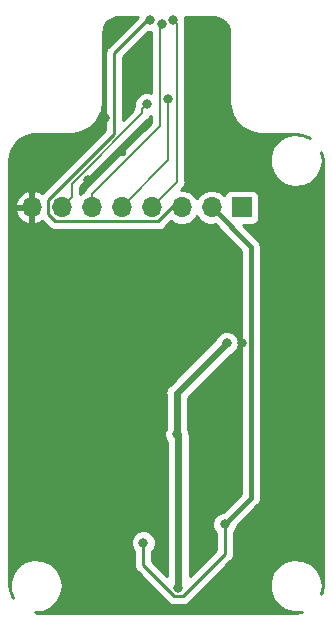
<source format=gbr>
G04 #@! TF.GenerationSoftware,KiCad,Pcbnew,(5.0.0)*
G04 #@! TF.CreationDate,2018-12-24T10:33:18-05:00*
G04 #@! TF.ProjectId,uv_pcb,75765F7063622E6B696361645F706362,rev?*
G04 #@! TF.SameCoordinates,Original*
G04 #@! TF.FileFunction,Copper,L2,Bot,Signal*
G04 #@! TF.FilePolarity,Positive*
%FSLAX46Y46*%
G04 Gerber Fmt 4.6, Leading zero omitted, Abs format (unit mm)*
G04 Created by KiCad (PCBNEW (5.0.0)) date 12/24/18 10:33:18*
%MOMM*%
%LPD*%
G01*
G04 APERTURE LIST*
G04 #@! TA.AperFunction,ComponentPad*
%ADD10R,1.700000X1.700000*%
G04 #@! TD*
G04 #@! TA.AperFunction,ComponentPad*
%ADD11O,1.700000X1.700000*%
G04 #@! TD*
G04 #@! TA.AperFunction,ViaPad*
%ADD12C,0.800000*%
G04 #@! TD*
G04 #@! TA.AperFunction,ViaPad*
%ADD13C,0.600000*%
G04 #@! TD*
G04 #@! TA.AperFunction,Conductor*
%ADD14C,0.200000*%
G04 #@! TD*
G04 #@! TA.AperFunction,Conductor*
%ADD15C,0.600000*%
G04 #@! TD*
G04 #@! TA.AperFunction,Conductor*
%ADD16C,0.400000*%
G04 #@! TD*
G04 #@! TA.AperFunction,Conductor*
%ADD17C,0.250000*%
G04 #@! TD*
G04 #@! TA.AperFunction,Conductor*
%ADD18C,0.254000*%
G04 #@! TD*
G04 APERTURE END LIST*
D10*
G04 #@! TO.P,J2,1*
G04 #@! TO.N,+5V*
X118200000Y-69450000D03*
D11*
G04 #@! TO.P,J2,2*
G04 #@! TO.N,SW1*
X115660000Y-69450000D03*
G04 #@! TO.P,J2,3*
G04 #@! TO.N,RST*
X113120000Y-69450000D03*
G04 #@! TO.P,J2,4*
G04 #@! TO.N,CS*
X110580000Y-69450000D03*
G04 #@! TO.P,J2,5*
G04 #@! TO.N,DC*
X108040000Y-69450000D03*
G04 #@! TO.P,J2,6*
G04 #@! TO.N,CLK*
X105500000Y-69450000D03*
G04 #@! TO.P,J2,7*
G04 #@! TO.N,MOSI*
X102960000Y-69450000D03*
G04 #@! TO.P,J2,8*
G04 #@! TO.N,GND*
X100420000Y-69450000D03*
G04 #@! TD*
D12*
G04 #@! TO.N,GND*
X113950000Y-60050000D03*
X116600000Y-61850000D03*
X108893038Y-59959378D03*
X114400000Y-54050000D03*
X104850000Y-97850000D03*
X106450000Y-96200000D03*
X109250000Y-81050000D03*
X104800000Y-88500000D03*
X115350000Y-96200000D03*
X122400000Y-98000000D03*
X118200000Y-80950000D03*
X113800000Y-72850000D03*
X104600000Y-73000000D03*
X102791728Y-79441728D03*
X105200000Y-67150000D03*
D13*
X108150000Y-64850000D03*
X114150000Y-63900000D03*
D12*
X106640000Y-61900000D03*
G04 #@! TO.N,MOSI*
X110150000Y-60750000D03*
G04 #@! TO.N,CLK*
X111450000Y-53950000D03*
G04 #@! TO.N,DC*
X112000000Y-60300000D03*
G04 #@! TO.N,CS*
X112374680Y-53569250D03*
G04 #@! TO.N,Net-(Q1-Pad3)*
X112850000Y-101650000D03*
X112700000Y-88650000D03*
X116950000Y-80950000D03*
G04 #@! TO.N,SW1*
X116750000Y-96300000D03*
X109880000Y-97850000D03*
G04 #@! TO.N,RST*
X110420000Y-53600000D03*
G04 #@! TD*
D14*
G04 #@! TO.N,MOSI*
X109750001Y-61511055D02*
X109750001Y-61149999D01*
X109750001Y-61149999D02*
X110150000Y-60750000D01*
X103809999Y-67451057D02*
X109750001Y-61511055D01*
X102960000Y-69450000D02*
X103809999Y-68600001D01*
X103809999Y-68600001D02*
X103809999Y-67451057D01*
G04 #@! TO.N,CLK*
X111250000Y-54150000D02*
X111450000Y-53950000D01*
X111250000Y-62600000D02*
X111250000Y-54150000D01*
X105500000Y-69450000D02*
X105500000Y-68350000D01*
X105500000Y-68350000D02*
X111250000Y-62600000D01*
G04 #@! TO.N,DC*
X108040000Y-69450000D02*
X112000000Y-65490000D01*
X112000000Y-65490000D02*
X112000000Y-60300000D01*
G04 #@! TO.N,CS*
X112700001Y-53894571D02*
X112374680Y-53569250D01*
X110580000Y-69450000D02*
X112700001Y-67329999D01*
X112700001Y-67329999D02*
X112700001Y-53894571D01*
D15*
G04 #@! TO.N,Net-(Q1-Pad3)*
X112850000Y-101650000D02*
X112850000Y-88800000D01*
X112850000Y-88800000D02*
X112700000Y-88650000D01*
X112700000Y-88650000D02*
X112700000Y-85200000D01*
X112700000Y-85200000D02*
X116950000Y-80950000D01*
D16*
G04 #@! TO.N,SW1*
X119000001Y-94049999D02*
X116750000Y-96300000D01*
X115660000Y-69450000D02*
X119000001Y-72790001D01*
X119000001Y-72790001D02*
X119000001Y-94049999D01*
D17*
X109880000Y-99753002D02*
X109880000Y-97850000D01*
X112501999Y-102375001D02*
X109880000Y-99753002D01*
X113198001Y-102375001D02*
X112501999Y-102375001D01*
X116750000Y-96300000D02*
X116750000Y-98823002D01*
X116750000Y-98823002D02*
X113198001Y-102375001D01*
G04 #@! TO.N,RST*
X107410000Y-56410000D02*
X110220000Y-53600000D01*
X107410000Y-63250000D02*
X107410000Y-56410000D01*
X110220000Y-53600000D02*
X110420000Y-53600000D01*
X101784999Y-68875001D02*
X107410000Y-63250000D01*
X101784999Y-70014001D02*
X101784999Y-68875001D01*
X102395999Y-70625001D02*
X101784999Y-70014001D01*
X111144001Y-70625001D02*
X102395999Y-70625001D01*
X112319002Y-69450000D02*
X111144001Y-70625001D01*
X113120000Y-69450000D02*
X112319002Y-69450000D01*
G04 #@! TD*
D18*
G04 #@! TO.N,GND*
G36*
X106925528Y-55819671D02*
X106862072Y-55862071D01*
X106819672Y-55925527D01*
X106819671Y-55925528D01*
X106694097Y-56113463D01*
X106635112Y-56410000D01*
X106650001Y-56484852D01*
X106650000Y-62935198D01*
X101301985Y-68283214D01*
X101186924Y-68178355D01*
X100776890Y-68008524D01*
X100547000Y-68129845D01*
X100547000Y-69323000D01*
X100567000Y-69323000D01*
X100567000Y-69577000D01*
X100547000Y-69577000D01*
X100547000Y-70770155D01*
X100776890Y-70891476D01*
X101186924Y-70721645D01*
X101307739Y-70611542D01*
X101805671Y-71109476D01*
X101848070Y-71172930D01*
X101911523Y-71215328D01*
X101911525Y-71215330D01*
X102036901Y-71299103D01*
X102099462Y-71340905D01*
X102321147Y-71385001D01*
X102321151Y-71385001D01*
X102395998Y-71399889D01*
X102470845Y-71385001D01*
X111069154Y-71385001D01*
X111144001Y-71399889D01*
X111218848Y-71385001D01*
X111218853Y-71385001D01*
X111440538Y-71340905D01*
X111691930Y-71172930D01*
X111734332Y-71109471D01*
X112213508Y-70630295D01*
X112540582Y-70848839D01*
X112973744Y-70935000D01*
X113266256Y-70935000D01*
X113699418Y-70848839D01*
X114190625Y-70520625D01*
X114390000Y-70222239D01*
X114589375Y-70520625D01*
X115080582Y-70848839D01*
X115513744Y-70935000D01*
X115806256Y-70935000D01*
X115937939Y-70908807D01*
X118165001Y-73135869D01*
X118165002Y-93704130D01*
X116604133Y-95265000D01*
X116544126Y-95265000D01*
X116163720Y-95422569D01*
X115872569Y-95713720D01*
X115715000Y-96094126D01*
X115715000Y-96505874D01*
X115872569Y-96886280D01*
X115990000Y-97003711D01*
X115990001Y-98508199D01*
X113785000Y-100713201D01*
X113785000Y-88892085D01*
X113803317Y-88799999D01*
X113735000Y-88456548D01*
X113735000Y-88444126D01*
X113635000Y-88202704D01*
X113635000Y-85587289D01*
X117294858Y-81927431D01*
X117536280Y-81827431D01*
X117827431Y-81536280D01*
X117985000Y-81155874D01*
X117985000Y-80744126D01*
X117827431Y-80363720D01*
X117536280Y-80072569D01*
X117155874Y-79915000D01*
X116744126Y-79915000D01*
X116363720Y-80072569D01*
X116072569Y-80363720D01*
X115972569Y-80605142D01*
X112103970Y-84473741D01*
X112025904Y-84525903D01*
X111973742Y-84603969D01*
X111973741Y-84603970D01*
X111819250Y-84835182D01*
X111746683Y-85200000D01*
X111765001Y-85292090D01*
X111765000Y-88202704D01*
X111665000Y-88444126D01*
X111665000Y-88855874D01*
X111822569Y-89236280D01*
X111915001Y-89328712D01*
X111915000Y-100713201D01*
X110640000Y-99438201D01*
X110640000Y-98553711D01*
X110757431Y-98436280D01*
X110915000Y-98055874D01*
X110915000Y-97644126D01*
X110757431Y-97263720D01*
X110466280Y-96972569D01*
X110085874Y-96815000D01*
X109674126Y-96815000D01*
X109293720Y-96972569D01*
X109002569Y-97263720D01*
X108845000Y-97644126D01*
X108845000Y-98055874D01*
X109002569Y-98436280D01*
X109120001Y-98553712D01*
X109120000Y-99678155D01*
X109105112Y-99753002D01*
X109120000Y-99827849D01*
X109120000Y-99827853D01*
X109164096Y-100049538D01*
X109332071Y-100300931D01*
X109395530Y-100343333D01*
X111911670Y-102859474D01*
X111954070Y-102922930D01*
X112205462Y-103090905D01*
X112427147Y-103135001D01*
X112427151Y-103135001D01*
X112501999Y-103149889D01*
X112576847Y-103135001D01*
X113123154Y-103135001D01*
X113198001Y-103149889D01*
X113272848Y-103135001D01*
X113272853Y-103135001D01*
X113494538Y-103090905D01*
X113745930Y-102922930D01*
X113788332Y-102859471D01*
X117234473Y-99413331D01*
X117297929Y-99370931D01*
X117465904Y-99119539D01*
X117510000Y-98897854D01*
X117510000Y-98897850D01*
X117524888Y-98823003D01*
X117510000Y-98748156D01*
X117510000Y-97003711D01*
X117627431Y-96886280D01*
X117785000Y-96505874D01*
X117785000Y-96445867D01*
X119532284Y-94698584D01*
X119602002Y-94652000D01*
X119786553Y-94375800D01*
X119835001Y-94132236D01*
X119851359Y-94049999D01*
X119835001Y-93967762D01*
X119835001Y-72872238D01*
X119851359Y-72790001D01*
X119786553Y-72464201D01*
X119786553Y-72464200D01*
X119602002Y-72188000D01*
X119532284Y-72141416D01*
X118338308Y-70947440D01*
X119050000Y-70947440D01*
X119297765Y-70898157D01*
X119507809Y-70757809D01*
X119648157Y-70547765D01*
X119697440Y-70300000D01*
X119697440Y-68600000D01*
X119648157Y-68352235D01*
X119507809Y-68142191D01*
X119297765Y-68001843D01*
X119050000Y-67952560D01*
X117350000Y-67952560D01*
X117102235Y-68001843D01*
X116892191Y-68142191D01*
X116751843Y-68352235D01*
X116742816Y-68397619D01*
X116730625Y-68379375D01*
X116239418Y-68051161D01*
X115806256Y-67965000D01*
X115513744Y-67965000D01*
X115080582Y-68051161D01*
X114589375Y-68379375D01*
X114390000Y-68677761D01*
X114190625Y-68379375D01*
X113699418Y-68051161D01*
X113266256Y-67965000D01*
X113104447Y-67965000D01*
X113168539Y-67900908D01*
X113229906Y-67859904D01*
X113392355Y-67616782D01*
X113435001Y-67402387D01*
X113435001Y-67402384D01*
X113449399Y-67330000D01*
X113435001Y-67257616D01*
X113435001Y-53966954D01*
X113449399Y-53894570D01*
X113435001Y-53822186D01*
X113435001Y-53822183D01*
X113409680Y-53694886D01*
X113409680Y-53365447D01*
X115827912Y-53365447D01*
X116233216Y-53423491D01*
X116557780Y-53571061D01*
X116827883Y-53803797D01*
X117021808Y-54102986D01*
X117131246Y-54468926D01*
X117145277Y-54657733D01*
X117145276Y-60572387D01*
X117150628Y-60599293D01*
X117169265Y-60850088D01*
X117185367Y-60923323D01*
X117195541Y-60997597D01*
X117198061Y-61006215D01*
X117360537Y-61549500D01*
X117402386Y-61640068D01*
X117443111Y-61731111D01*
X117447949Y-61738676D01*
X117756377Y-62214521D01*
X117821967Y-62289708D01*
X117886604Y-62365657D01*
X117893370Y-62371560D01*
X118322955Y-62741715D01*
X118407018Y-62795476D01*
X118490367Y-62850226D01*
X118498514Y-62853990D01*
X118498517Y-62853992D01*
X118498520Y-62853993D01*
X119014727Y-63088698D01*
X119110507Y-63116706D01*
X119205866Y-63145860D01*
X119214744Y-63147188D01*
X119214746Y-63147188D01*
X119756407Y-63224760D01*
X119807888Y-63235000D01*
X122757298Y-63235000D01*
X123319918Y-63300594D01*
X123811944Y-63479191D01*
X123957123Y-63574375D01*
X123326419Y-63307306D01*
X122587786Y-63255008D01*
X121872035Y-63444786D01*
X121256346Y-63856176D01*
X120807109Y-64444818D01*
X120572763Y-65147240D01*
X120578578Y-65887700D01*
X120823928Y-66586355D01*
X121282357Y-67167868D01*
X121904432Y-67569537D01*
X122623075Y-67748049D01*
X123360796Y-67684155D01*
X124038046Y-67384746D01*
X124581800Y-66882105D01*
X124933422Y-66230434D01*
X125055000Y-65500000D01*
X125054722Y-65464580D01*
X124933106Y-64798675D01*
X125027220Y-65109416D01*
X125065001Y-65532743D01*
X125065000Y-101457298D01*
X124999405Y-102019918D01*
X124942255Y-102177364D01*
X125055000Y-101500000D01*
X125054722Y-101464580D01*
X124921686Y-100736146D01*
X124559871Y-100090078D01*
X124008289Y-99596041D01*
X123326419Y-99307306D01*
X122587786Y-99255008D01*
X121872035Y-99444786D01*
X121256346Y-99856176D01*
X120807109Y-100444818D01*
X120572763Y-101147240D01*
X120578578Y-101887700D01*
X120823928Y-102586355D01*
X121282357Y-103167868D01*
X121904432Y-103569537D01*
X122623075Y-103748049D01*
X123321552Y-103687554D01*
X123190584Y-103727220D01*
X122767269Y-103765000D01*
X100842702Y-103765000D01*
X100665668Y-103744360D01*
X101360796Y-103684155D01*
X102038046Y-103384746D01*
X102581800Y-102882105D01*
X102933422Y-102230434D01*
X103055000Y-101500000D01*
X103054722Y-101464580D01*
X102921686Y-100736146D01*
X102559871Y-100090078D01*
X102008289Y-99596041D01*
X101326419Y-99307306D01*
X100587786Y-99255008D01*
X99872035Y-99444786D01*
X99256346Y-99856176D01*
X98807109Y-100444818D01*
X98572763Y-101147240D01*
X98578578Y-101887700D01*
X98807026Y-102538224D01*
X98727424Y-102401180D01*
X98572780Y-101890584D01*
X98535000Y-101467269D01*
X98535000Y-69806892D01*
X98978514Y-69806892D01*
X99224817Y-70331358D01*
X99653076Y-70721645D01*
X100063110Y-70891476D01*
X100293000Y-70770155D01*
X100293000Y-69577000D01*
X99099181Y-69577000D01*
X98978514Y-69806892D01*
X98535000Y-69806892D01*
X98535000Y-69093108D01*
X98978514Y-69093108D01*
X99099181Y-69323000D01*
X100293000Y-69323000D01*
X100293000Y-68129845D01*
X100063110Y-68008524D01*
X99653076Y-68178355D01*
X99224817Y-68568642D01*
X98978514Y-69093108D01*
X98535000Y-69093108D01*
X98535000Y-65542702D01*
X98600594Y-64980082D01*
X98779191Y-64488056D01*
X99066192Y-64050308D01*
X99446190Y-63690332D01*
X99898821Y-63427424D01*
X100409416Y-63272780D01*
X100832732Y-63235000D01*
X103792096Y-63235000D01*
X103819003Y-63229648D01*
X104069796Y-63211011D01*
X104143031Y-63194909D01*
X104217305Y-63184735D01*
X104225923Y-63182215D01*
X104769208Y-63019739D01*
X104859776Y-62977890D01*
X104950819Y-62937165D01*
X104958384Y-62932327D01*
X105434229Y-62623899D01*
X105509416Y-62558309D01*
X105585365Y-62493672D01*
X105591268Y-62486906D01*
X105961423Y-62057321D01*
X106015184Y-61973258D01*
X106069934Y-61889909D01*
X106073700Y-61881758D01*
X106308406Y-61365549D01*
X106336414Y-61269769D01*
X106365568Y-61174410D01*
X106366896Y-61165530D01*
X106444468Y-60623869D01*
X106454708Y-60572388D01*
X106454708Y-54682811D01*
X106512752Y-54277507D01*
X106660322Y-53952943D01*
X106893058Y-53682840D01*
X107192247Y-53488915D01*
X107558187Y-53379477D01*
X107746981Y-53365447D01*
X109379751Y-53365447D01*
X106925528Y-55819671D01*
X106925528Y-55819671D01*
G37*
X106925528Y-55819671D02*
X106862072Y-55862071D01*
X106819672Y-55925527D01*
X106819671Y-55925528D01*
X106694097Y-56113463D01*
X106635112Y-56410000D01*
X106650001Y-56484852D01*
X106650000Y-62935198D01*
X101301985Y-68283214D01*
X101186924Y-68178355D01*
X100776890Y-68008524D01*
X100547000Y-68129845D01*
X100547000Y-69323000D01*
X100567000Y-69323000D01*
X100567000Y-69577000D01*
X100547000Y-69577000D01*
X100547000Y-70770155D01*
X100776890Y-70891476D01*
X101186924Y-70721645D01*
X101307739Y-70611542D01*
X101805671Y-71109476D01*
X101848070Y-71172930D01*
X101911523Y-71215328D01*
X101911525Y-71215330D01*
X102036901Y-71299103D01*
X102099462Y-71340905D01*
X102321147Y-71385001D01*
X102321151Y-71385001D01*
X102395998Y-71399889D01*
X102470845Y-71385001D01*
X111069154Y-71385001D01*
X111144001Y-71399889D01*
X111218848Y-71385001D01*
X111218853Y-71385001D01*
X111440538Y-71340905D01*
X111691930Y-71172930D01*
X111734332Y-71109471D01*
X112213508Y-70630295D01*
X112540582Y-70848839D01*
X112973744Y-70935000D01*
X113266256Y-70935000D01*
X113699418Y-70848839D01*
X114190625Y-70520625D01*
X114390000Y-70222239D01*
X114589375Y-70520625D01*
X115080582Y-70848839D01*
X115513744Y-70935000D01*
X115806256Y-70935000D01*
X115937939Y-70908807D01*
X118165001Y-73135869D01*
X118165002Y-93704130D01*
X116604133Y-95265000D01*
X116544126Y-95265000D01*
X116163720Y-95422569D01*
X115872569Y-95713720D01*
X115715000Y-96094126D01*
X115715000Y-96505874D01*
X115872569Y-96886280D01*
X115990000Y-97003711D01*
X115990001Y-98508199D01*
X113785000Y-100713201D01*
X113785000Y-88892085D01*
X113803317Y-88799999D01*
X113735000Y-88456548D01*
X113735000Y-88444126D01*
X113635000Y-88202704D01*
X113635000Y-85587289D01*
X117294858Y-81927431D01*
X117536280Y-81827431D01*
X117827431Y-81536280D01*
X117985000Y-81155874D01*
X117985000Y-80744126D01*
X117827431Y-80363720D01*
X117536280Y-80072569D01*
X117155874Y-79915000D01*
X116744126Y-79915000D01*
X116363720Y-80072569D01*
X116072569Y-80363720D01*
X115972569Y-80605142D01*
X112103970Y-84473741D01*
X112025904Y-84525903D01*
X111973742Y-84603969D01*
X111973741Y-84603970D01*
X111819250Y-84835182D01*
X111746683Y-85200000D01*
X111765001Y-85292090D01*
X111765000Y-88202704D01*
X111665000Y-88444126D01*
X111665000Y-88855874D01*
X111822569Y-89236280D01*
X111915001Y-89328712D01*
X111915000Y-100713201D01*
X110640000Y-99438201D01*
X110640000Y-98553711D01*
X110757431Y-98436280D01*
X110915000Y-98055874D01*
X110915000Y-97644126D01*
X110757431Y-97263720D01*
X110466280Y-96972569D01*
X110085874Y-96815000D01*
X109674126Y-96815000D01*
X109293720Y-96972569D01*
X109002569Y-97263720D01*
X108845000Y-97644126D01*
X108845000Y-98055874D01*
X109002569Y-98436280D01*
X109120001Y-98553712D01*
X109120000Y-99678155D01*
X109105112Y-99753002D01*
X109120000Y-99827849D01*
X109120000Y-99827853D01*
X109164096Y-100049538D01*
X109332071Y-100300931D01*
X109395530Y-100343333D01*
X111911670Y-102859474D01*
X111954070Y-102922930D01*
X112205462Y-103090905D01*
X112427147Y-103135001D01*
X112427151Y-103135001D01*
X112501999Y-103149889D01*
X112576847Y-103135001D01*
X113123154Y-103135001D01*
X113198001Y-103149889D01*
X113272848Y-103135001D01*
X113272853Y-103135001D01*
X113494538Y-103090905D01*
X113745930Y-102922930D01*
X113788332Y-102859471D01*
X117234473Y-99413331D01*
X117297929Y-99370931D01*
X117465904Y-99119539D01*
X117510000Y-98897854D01*
X117510000Y-98897850D01*
X117524888Y-98823003D01*
X117510000Y-98748156D01*
X117510000Y-97003711D01*
X117627431Y-96886280D01*
X117785000Y-96505874D01*
X117785000Y-96445867D01*
X119532284Y-94698584D01*
X119602002Y-94652000D01*
X119786553Y-94375800D01*
X119835001Y-94132236D01*
X119851359Y-94049999D01*
X119835001Y-93967762D01*
X119835001Y-72872238D01*
X119851359Y-72790001D01*
X119786553Y-72464201D01*
X119786553Y-72464200D01*
X119602002Y-72188000D01*
X119532284Y-72141416D01*
X118338308Y-70947440D01*
X119050000Y-70947440D01*
X119297765Y-70898157D01*
X119507809Y-70757809D01*
X119648157Y-70547765D01*
X119697440Y-70300000D01*
X119697440Y-68600000D01*
X119648157Y-68352235D01*
X119507809Y-68142191D01*
X119297765Y-68001843D01*
X119050000Y-67952560D01*
X117350000Y-67952560D01*
X117102235Y-68001843D01*
X116892191Y-68142191D01*
X116751843Y-68352235D01*
X116742816Y-68397619D01*
X116730625Y-68379375D01*
X116239418Y-68051161D01*
X115806256Y-67965000D01*
X115513744Y-67965000D01*
X115080582Y-68051161D01*
X114589375Y-68379375D01*
X114390000Y-68677761D01*
X114190625Y-68379375D01*
X113699418Y-68051161D01*
X113266256Y-67965000D01*
X113104447Y-67965000D01*
X113168539Y-67900908D01*
X113229906Y-67859904D01*
X113392355Y-67616782D01*
X113435001Y-67402387D01*
X113435001Y-67402384D01*
X113449399Y-67330000D01*
X113435001Y-67257616D01*
X113435001Y-53966954D01*
X113449399Y-53894570D01*
X113435001Y-53822186D01*
X113435001Y-53822183D01*
X113409680Y-53694886D01*
X113409680Y-53365447D01*
X115827912Y-53365447D01*
X116233216Y-53423491D01*
X116557780Y-53571061D01*
X116827883Y-53803797D01*
X117021808Y-54102986D01*
X117131246Y-54468926D01*
X117145277Y-54657733D01*
X117145276Y-60572387D01*
X117150628Y-60599293D01*
X117169265Y-60850088D01*
X117185367Y-60923323D01*
X117195541Y-60997597D01*
X117198061Y-61006215D01*
X117360537Y-61549500D01*
X117402386Y-61640068D01*
X117443111Y-61731111D01*
X117447949Y-61738676D01*
X117756377Y-62214521D01*
X117821967Y-62289708D01*
X117886604Y-62365657D01*
X117893370Y-62371560D01*
X118322955Y-62741715D01*
X118407018Y-62795476D01*
X118490367Y-62850226D01*
X118498514Y-62853990D01*
X118498517Y-62853992D01*
X118498520Y-62853993D01*
X119014727Y-63088698D01*
X119110507Y-63116706D01*
X119205866Y-63145860D01*
X119214744Y-63147188D01*
X119214746Y-63147188D01*
X119756407Y-63224760D01*
X119807888Y-63235000D01*
X122757298Y-63235000D01*
X123319918Y-63300594D01*
X123811944Y-63479191D01*
X123957123Y-63574375D01*
X123326419Y-63307306D01*
X122587786Y-63255008D01*
X121872035Y-63444786D01*
X121256346Y-63856176D01*
X120807109Y-64444818D01*
X120572763Y-65147240D01*
X120578578Y-65887700D01*
X120823928Y-66586355D01*
X121282357Y-67167868D01*
X121904432Y-67569537D01*
X122623075Y-67748049D01*
X123360796Y-67684155D01*
X124038046Y-67384746D01*
X124581800Y-66882105D01*
X124933422Y-66230434D01*
X125055000Y-65500000D01*
X125054722Y-65464580D01*
X124933106Y-64798675D01*
X125027220Y-65109416D01*
X125065001Y-65532743D01*
X125065000Y-101457298D01*
X124999405Y-102019918D01*
X124942255Y-102177364D01*
X125055000Y-101500000D01*
X125054722Y-101464580D01*
X124921686Y-100736146D01*
X124559871Y-100090078D01*
X124008289Y-99596041D01*
X123326419Y-99307306D01*
X122587786Y-99255008D01*
X121872035Y-99444786D01*
X121256346Y-99856176D01*
X120807109Y-100444818D01*
X120572763Y-101147240D01*
X120578578Y-101887700D01*
X120823928Y-102586355D01*
X121282357Y-103167868D01*
X121904432Y-103569537D01*
X122623075Y-103748049D01*
X123321552Y-103687554D01*
X123190584Y-103727220D01*
X122767269Y-103765000D01*
X100842702Y-103765000D01*
X100665668Y-103744360D01*
X101360796Y-103684155D01*
X102038046Y-103384746D01*
X102581800Y-102882105D01*
X102933422Y-102230434D01*
X103055000Y-101500000D01*
X103054722Y-101464580D01*
X102921686Y-100736146D01*
X102559871Y-100090078D01*
X102008289Y-99596041D01*
X101326419Y-99307306D01*
X100587786Y-99255008D01*
X99872035Y-99444786D01*
X99256346Y-99856176D01*
X98807109Y-100444818D01*
X98572763Y-101147240D01*
X98578578Y-101887700D01*
X98807026Y-102538224D01*
X98727424Y-102401180D01*
X98572780Y-101890584D01*
X98535000Y-101467269D01*
X98535000Y-69806892D01*
X98978514Y-69806892D01*
X99224817Y-70331358D01*
X99653076Y-70721645D01*
X100063110Y-70891476D01*
X100293000Y-70770155D01*
X100293000Y-69577000D01*
X99099181Y-69577000D01*
X98978514Y-69806892D01*
X98535000Y-69806892D01*
X98535000Y-69093108D01*
X98978514Y-69093108D01*
X99099181Y-69323000D01*
X100293000Y-69323000D01*
X100293000Y-68129845D01*
X100063110Y-68008524D01*
X99653076Y-68178355D01*
X99224817Y-68568642D01*
X98978514Y-69093108D01*
X98535000Y-69093108D01*
X98535000Y-65542702D01*
X98600594Y-64980082D01*
X98779191Y-64488056D01*
X99066192Y-64050308D01*
X99446190Y-63690332D01*
X99898821Y-63427424D01*
X100409416Y-63272780D01*
X100832732Y-63235000D01*
X103792096Y-63235000D01*
X103819003Y-63229648D01*
X104069796Y-63211011D01*
X104143031Y-63194909D01*
X104217305Y-63184735D01*
X104225923Y-63182215D01*
X104769208Y-63019739D01*
X104859776Y-62977890D01*
X104950819Y-62937165D01*
X104958384Y-62932327D01*
X105434229Y-62623899D01*
X105509416Y-62558309D01*
X105585365Y-62493672D01*
X105591268Y-62486906D01*
X105961423Y-62057321D01*
X106015184Y-61973258D01*
X106069934Y-61889909D01*
X106073700Y-61881758D01*
X106308406Y-61365549D01*
X106336414Y-61269769D01*
X106365568Y-61174410D01*
X106366896Y-61165530D01*
X106444468Y-60623869D01*
X106454708Y-60572388D01*
X106454708Y-54682811D01*
X106512752Y-54277507D01*
X106660322Y-53952943D01*
X106893058Y-53682840D01*
X107192247Y-53488915D01*
X107558187Y-53379477D01*
X107746981Y-53365447D01*
X109379751Y-53365447D01*
X106925528Y-55819671D01*
G36*
X110515000Y-62295553D02*
X105031463Y-67779091D01*
X104970096Y-67820095D01*
X104929092Y-67881462D01*
X104929091Y-67881463D01*
X104807646Y-68063218D01*
X104793101Y-68136341D01*
X104544999Y-68302118D01*
X104544999Y-67755503D01*
X110218539Y-62081964D01*
X110279906Y-62040960D01*
X110442355Y-61797838D01*
X110452903Y-61744809D01*
X110515000Y-61719088D01*
X110515000Y-62295553D01*
X110515000Y-62295553D01*
G37*
X110515000Y-62295553D02*
X105031463Y-67779091D01*
X104970096Y-67820095D01*
X104929092Y-67881462D01*
X104929091Y-67881463D01*
X104807646Y-68063218D01*
X104793101Y-68136341D01*
X104544999Y-68302118D01*
X104544999Y-67755503D01*
X110218539Y-62081964D01*
X110279906Y-62040960D01*
X110442355Y-61797838D01*
X110452903Y-61744809D01*
X110515000Y-61719088D01*
X110515000Y-62295553D01*
G36*
X110515000Y-59780912D02*
X110355874Y-59715000D01*
X109944126Y-59715000D01*
X109563720Y-59872569D01*
X109272569Y-60163720D01*
X109115000Y-60544126D01*
X109115000Y-60777381D01*
X109057647Y-60863216D01*
X109015001Y-61077611D01*
X109015001Y-61077615D01*
X109000603Y-61149999D01*
X109012384Y-61209225D01*
X108170000Y-62051609D01*
X108170000Y-56724801D01*
X110259802Y-54635000D01*
X110515001Y-54635000D01*
X110515000Y-59780912D01*
X110515000Y-59780912D01*
G37*
X110515000Y-59780912D02*
X110355874Y-59715000D01*
X109944126Y-59715000D01*
X109563720Y-59872569D01*
X109272569Y-60163720D01*
X109115000Y-60544126D01*
X109115000Y-60777381D01*
X109057647Y-60863216D01*
X109015001Y-61077611D01*
X109015001Y-61077615D01*
X109000603Y-61149999D01*
X109012384Y-61209225D01*
X108170000Y-62051609D01*
X108170000Y-56724801D01*
X110259802Y-54635000D01*
X110515001Y-54635000D01*
X110515000Y-59780912D01*
G04 #@! TD*
M02*

</source>
